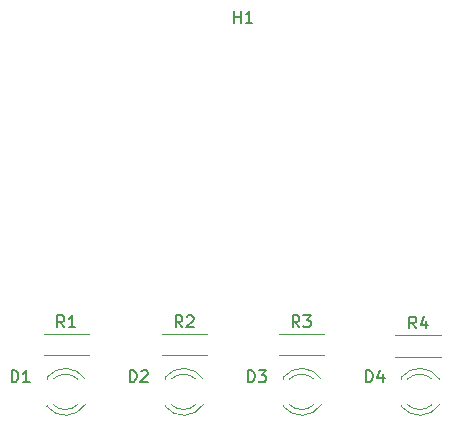
<source format=gto>
G04 #@! TF.GenerationSoftware,KiCad,Pcbnew,(6.0.1-0)*
G04 #@! TF.CreationDate,2022-06-04T20:13:44-07:00*
G04 #@! TF.ProjectId,kicad_port,6b696361-645f-4706-9f72-742e6b696361,rev?*
G04 #@! TF.SameCoordinates,Original*
G04 #@! TF.FileFunction,Legend,Top*
G04 #@! TF.FilePolarity,Positive*
%FSLAX46Y46*%
G04 Gerber Fmt 4.6, Leading zero omitted, Abs format (unit mm)*
G04 Created by KiCad (PCBNEW (6.0.1-0)) date 2022-06-04 20:13:44*
%MOMM*%
%LPD*%
G01*
G04 APERTURE LIST*
%ADD10C,0.150000*%
%ADD11C,0.120000*%
%ADD12C,8.600000*%
%ADD13C,1.300000*%
%ADD14C,1.600000*%
%ADD15R,1.300000X1.300000*%
%ADD16R,1.600000X1.600000*%
%ADD17O,2.000000X1.200000*%
%ADD18O,4.750000X2.250000*%
%ADD19C,1.800000*%
%ADD20R,1.800000X1.800000*%
%ADD21O,1.400000X1.400000*%
%ADD22C,1.400000*%
%ADD23O,1.700000X1.700000*%
%ADD24R,1.700000X1.700000*%
%ADD25C,6.500000*%
G04 APERTURE END LIST*
D10*
X149238095Y-101152380D02*
X149238095Y-100152380D01*
X149238095Y-100628571D02*
X149809523Y-100628571D01*
X149809523Y-101152380D02*
X149809523Y-100152380D01*
X150809523Y-101152380D02*
X150238095Y-101152380D01*
X150523809Y-101152380D02*
X150523809Y-100152380D01*
X150428571Y-100295238D01*
X150333333Y-100390476D01*
X150238095Y-100438095D01*
X130421904Y-131582380D02*
X130421904Y-130582380D01*
X130660000Y-130582380D01*
X130802857Y-130630000D01*
X130898095Y-130725238D01*
X130945714Y-130820476D01*
X130993333Y-131010952D01*
X130993333Y-131153809D01*
X130945714Y-131344285D01*
X130898095Y-131439523D01*
X130802857Y-131534761D01*
X130660000Y-131582380D01*
X130421904Y-131582380D01*
X131945714Y-131582380D02*
X131374285Y-131582380D01*
X131660000Y-131582380D02*
X131660000Y-130582380D01*
X131564761Y-130725238D01*
X131469523Y-130820476D01*
X131374285Y-130868095D01*
X140421904Y-131582380D02*
X140421904Y-130582380D01*
X140660000Y-130582380D01*
X140802857Y-130630000D01*
X140898095Y-130725238D01*
X140945714Y-130820476D01*
X140993333Y-131010952D01*
X140993333Y-131153809D01*
X140945714Y-131344285D01*
X140898095Y-131439523D01*
X140802857Y-131534761D01*
X140660000Y-131582380D01*
X140421904Y-131582380D01*
X141374285Y-130677619D02*
X141421904Y-130630000D01*
X141517142Y-130582380D01*
X141755238Y-130582380D01*
X141850476Y-130630000D01*
X141898095Y-130677619D01*
X141945714Y-130772857D01*
X141945714Y-130868095D01*
X141898095Y-131010952D01*
X141326666Y-131582380D01*
X141945714Y-131582380D01*
X150421904Y-131582380D02*
X150421904Y-130582380D01*
X150660000Y-130582380D01*
X150802857Y-130630000D01*
X150898095Y-130725238D01*
X150945714Y-130820476D01*
X150993333Y-131010952D01*
X150993333Y-131153809D01*
X150945714Y-131344285D01*
X150898095Y-131439523D01*
X150802857Y-131534761D01*
X150660000Y-131582380D01*
X150421904Y-131582380D01*
X151326666Y-130582380D02*
X151945714Y-130582380D01*
X151612380Y-130963333D01*
X151755238Y-130963333D01*
X151850476Y-131010952D01*
X151898095Y-131058571D01*
X151945714Y-131153809D01*
X151945714Y-131391904D01*
X151898095Y-131487142D01*
X151850476Y-131534761D01*
X151755238Y-131582380D01*
X151469523Y-131582380D01*
X151374285Y-131534761D01*
X151326666Y-131487142D01*
X160421904Y-131582380D02*
X160421904Y-130582380D01*
X160660000Y-130582380D01*
X160802857Y-130630000D01*
X160898095Y-130725238D01*
X160945714Y-130820476D01*
X160993333Y-131010952D01*
X160993333Y-131153809D01*
X160945714Y-131344285D01*
X160898095Y-131439523D01*
X160802857Y-131534761D01*
X160660000Y-131582380D01*
X160421904Y-131582380D01*
X161850476Y-130915714D02*
X161850476Y-131582380D01*
X161612380Y-130534761D02*
X161374285Y-131249047D01*
X161993333Y-131249047D01*
X134873333Y-126932380D02*
X134540000Y-126456190D01*
X134301904Y-126932380D02*
X134301904Y-125932380D01*
X134682857Y-125932380D01*
X134778095Y-125980000D01*
X134825714Y-126027619D01*
X134873333Y-126122857D01*
X134873333Y-126265714D01*
X134825714Y-126360952D01*
X134778095Y-126408571D01*
X134682857Y-126456190D01*
X134301904Y-126456190D01*
X135825714Y-126932380D02*
X135254285Y-126932380D01*
X135540000Y-126932380D02*
X135540000Y-125932380D01*
X135444761Y-126075238D01*
X135349523Y-126170476D01*
X135254285Y-126218095D01*
X144873333Y-126932380D02*
X144540000Y-126456190D01*
X144301904Y-126932380D02*
X144301904Y-125932380D01*
X144682857Y-125932380D01*
X144778095Y-125980000D01*
X144825714Y-126027619D01*
X144873333Y-126122857D01*
X144873333Y-126265714D01*
X144825714Y-126360952D01*
X144778095Y-126408571D01*
X144682857Y-126456190D01*
X144301904Y-126456190D01*
X145254285Y-126027619D02*
X145301904Y-125980000D01*
X145397142Y-125932380D01*
X145635238Y-125932380D01*
X145730476Y-125980000D01*
X145778095Y-126027619D01*
X145825714Y-126122857D01*
X145825714Y-126218095D01*
X145778095Y-126360952D01*
X145206666Y-126932380D01*
X145825714Y-126932380D01*
X154773333Y-126932380D02*
X154440000Y-126456190D01*
X154201904Y-126932380D02*
X154201904Y-125932380D01*
X154582857Y-125932380D01*
X154678095Y-125980000D01*
X154725714Y-126027619D01*
X154773333Y-126122857D01*
X154773333Y-126265714D01*
X154725714Y-126360952D01*
X154678095Y-126408571D01*
X154582857Y-126456190D01*
X154201904Y-126456190D01*
X155106666Y-125932380D02*
X155725714Y-125932380D01*
X155392380Y-126313333D01*
X155535238Y-126313333D01*
X155630476Y-126360952D01*
X155678095Y-126408571D01*
X155725714Y-126503809D01*
X155725714Y-126741904D01*
X155678095Y-126837142D01*
X155630476Y-126884761D01*
X155535238Y-126932380D01*
X155249523Y-126932380D01*
X155154285Y-126884761D01*
X155106666Y-126837142D01*
X164673333Y-127032380D02*
X164340000Y-126556190D01*
X164101904Y-127032380D02*
X164101904Y-126032380D01*
X164482857Y-126032380D01*
X164578095Y-126080000D01*
X164625714Y-126127619D01*
X164673333Y-126222857D01*
X164673333Y-126365714D01*
X164625714Y-126460952D01*
X164578095Y-126508571D01*
X164482857Y-126556190D01*
X164101904Y-126556190D01*
X165530476Y-126365714D02*
X165530476Y-127032380D01*
X165292380Y-125984761D02*
X165054285Y-126699047D01*
X165673333Y-126699047D01*
D11*
X133410000Y-133480000D02*
X133410000Y-133636000D01*
X133410000Y-131164000D02*
X133410000Y-131320000D01*
X133929039Y-133480000D02*
G75*
G03*
X136011130Y-133479837I1040961J1080000D01*
G01*
X136011130Y-131320163D02*
G75*
G03*
X133929039Y-131320000I-1041130J-1079837D01*
G01*
X133410000Y-133635516D02*
G75*
G03*
X136642335Y-133478608I1560000J1235516D01*
G01*
X136642335Y-131321392D02*
G75*
G03*
X133410000Y-131164484I-1672335J-1078608D01*
G01*
X143410000Y-133480000D02*
X143410000Y-133636000D01*
X143410000Y-131164000D02*
X143410000Y-131320000D01*
X143929039Y-133480000D02*
G75*
G03*
X146011130Y-133479837I1040961J1080000D01*
G01*
X146011130Y-131320163D02*
G75*
G03*
X143929039Y-131320000I-1041130J-1079837D01*
G01*
X143410000Y-133635516D02*
G75*
G03*
X146642335Y-133478608I1560000J1235516D01*
G01*
X146642335Y-131321392D02*
G75*
G03*
X143410000Y-131164484I-1672335J-1078608D01*
G01*
X153410000Y-133480000D02*
X153410000Y-133636000D01*
X153410000Y-131164000D02*
X153410000Y-131320000D01*
X153929039Y-133480000D02*
G75*
G03*
X156011130Y-133479837I1040961J1080000D01*
G01*
X156011130Y-131320163D02*
G75*
G03*
X153929039Y-131320000I-1041130J-1079837D01*
G01*
X153410000Y-133635516D02*
G75*
G03*
X156642335Y-133478608I1560000J1235516D01*
G01*
X156642335Y-131321392D02*
G75*
G03*
X153410000Y-131164484I-1672335J-1078608D01*
G01*
X163410000Y-133480000D02*
X163410000Y-133636000D01*
X163410000Y-131164000D02*
X163410000Y-131320000D01*
X163929039Y-133480000D02*
G75*
G03*
X166011130Y-133479837I1040961J1080000D01*
G01*
X166011130Y-131320163D02*
G75*
G03*
X163929039Y-131320000I-1041130J-1079837D01*
G01*
X163410000Y-133635516D02*
G75*
G03*
X166642335Y-133478608I1560000J1235516D01*
G01*
X166642335Y-131321392D02*
G75*
G03*
X163410000Y-131164484I-1672335J-1078608D01*
G01*
X133120000Y-129320000D02*
X136960000Y-129320000D01*
X133120000Y-127480000D02*
X136960000Y-127480000D01*
X143120000Y-129320000D02*
X146960000Y-129320000D01*
X143120000Y-127480000D02*
X146960000Y-127480000D01*
X153020000Y-129320000D02*
X156860000Y-129320000D01*
X153020000Y-127480000D02*
X156860000Y-127480000D01*
X162920000Y-129420000D02*
X166760000Y-129420000D01*
X162920000Y-127580000D02*
X166760000Y-127580000D01*
%LPC*%
D12*
X150000000Y-106000000D03*
D13*
X173980000Y-89130000D03*
X173980000Y-91670000D03*
D14*
X128990000Y-85320000D03*
X128990000Y-87860000D03*
X128990000Y-90400000D03*
X128990000Y-92940000D03*
X128990000Y-95480000D03*
D13*
X161740000Y-89218400D03*
X159740000Y-89218400D03*
X159740000Y-87218400D03*
X161740000Y-87218400D03*
X159740000Y-85218400D03*
D15*
X161740000Y-85218400D03*
D14*
X134070000Y-98020000D03*
X131530000Y-98020000D03*
X128990000Y-98020000D03*
X126450000Y-98020000D03*
X136610000Y-98020000D03*
X139150000Y-98020000D03*
X141690000Y-98020000D03*
X123910000Y-98020000D03*
X121370000Y-98020000D03*
X118830000Y-98020000D03*
X116290000Y-98020000D03*
X116290000Y-82780000D03*
X118830000Y-82780000D03*
X121370000Y-82780000D03*
X123910000Y-82780000D03*
X126450000Y-82780000D03*
X128990000Y-82780000D03*
X131530000Y-82780000D03*
X134070000Y-82780000D03*
X136610000Y-82780000D03*
X139150000Y-82780000D03*
X144230000Y-98020000D03*
X146770000Y-98020000D03*
X149310000Y-98020000D03*
X151850000Y-98020000D03*
X154390000Y-98020000D03*
X156930000Y-98020000D03*
X159470000Y-98020000D03*
X162010000Y-98020000D03*
X164550000Y-98020000D03*
X167090000Y-98020000D03*
X169630000Y-98020000D03*
X172170000Y-98020000D03*
D16*
X174710000Y-98020000D03*
D14*
X141690000Y-82780000D03*
X144230000Y-82780000D03*
X146770000Y-82780000D03*
X149310000Y-82780000D03*
X151850000Y-82780000D03*
X154390000Y-82780000D03*
X156930000Y-82780000D03*
X159470000Y-82780000D03*
X162010000Y-82780000D03*
X164550000Y-82780000D03*
X167090000Y-82780000D03*
X169630000Y-82780000D03*
X172170000Y-82780000D03*
X174710000Y-82780000D03*
D16*
X168410800Y-94969200D03*
D14*
X165870800Y-94969200D03*
X163330800Y-94969200D03*
X160790800Y-94969200D03*
X158250800Y-94969200D03*
X172170000Y-85320000D03*
D17*
X101800000Y-103000000D03*
X106800000Y-104250000D03*
X101800000Y-105500000D03*
X106800000Y-106750000D03*
X101800000Y-108000000D03*
X106800000Y-109250000D03*
X101800000Y-110500000D03*
X106800000Y-111750000D03*
X101800000Y-113000000D03*
X106800000Y-114250000D03*
X101800000Y-115500000D03*
X106800000Y-116750000D03*
X101800000Y-118000000D03*
X198300000Y-118000000D03*
X193300000Y-116750000D03*
X198300000Y-115500000D03*
X193300000Y-114250000D03*
X198300000Y-113000000D03*
X193300000Y-111750000D03*
X198300000Y-110500000D03*
X193300000Y-109250000D03*
X198300000Y-108000000D03*
X193300000Y-106750000D03*
X198300000Y-105500000D03*
X193300000Y-104250000D03*
X198300000Y-103000000D03*
D18*
X190300000Y-97600000D03*
D17*
X192900000Y-70000000D03*
X190900000Y-68750000D03*
X192900000Y-67500000D03*
X190900000Y-66250000D03*
X192900000Y-65000000D03*
X190900000Y-63750000D03*
X192900000Y-62500000D03*
X190900000Y-61250000D03*
X192900000Y-60000000D03*
X190900000Y-58750000D03*
X192900000Y-57500000D03*
X190900000Y-56250000D03*
X192900000Y-55000000D03*
X107000000Y-55000000D03*
X109000000Y-56250000D03*
X107000000Y-57500000D03*
X109000000Y-58750000D03*
X107000000Y-60000000D03*
X109000000Y-61250000D03*
X107000000Y-62500000D03*
X109000000Y-63750000D03*
X107000000Y-65000000D03*
X109000000Y-66250000D03*
X107000000Y-67500000D03*
X109000000Y-68750000D03*
X107000000Y-70000000D03*
D19*
X136240000Y-132400000D03*
D20*
X133700000Y-132400000D03*
D19*
X146240000Y-132400000D03*
D20*
X143700000Y-132400000D03*
D19*
X156240000Y-132400000D03*
D20*
X153700000Y-132400000D03*
D19*
X166240000Y-132400000D03*
D20*
X163700000Y-132400000D03*
D21*
X137580000Y-128400000D03*
D22*
X132500000Y-128400000D03*
D21*
X147580000Y-128400000D03*
D22*
X142500000Y-128400000D03*
D21*
X157480000Y-128400000D03*
D22*
X152400000Y-128400000D03*
D21*
X167380000Y-128500000D03*
D22*
X162300000Y-128500000D03*
D18*
X109700000Y-97600000D03*
D23*
X196660000Y-129000000D03*
X194120000Y-129000000D03*
X191580000Y-129000000D03*
X189040000Y-129000000D03*
X186500000Y-129000000D03*
X183960000Y-129000000D03*
X181420000Y-129000000D03*
X178880000Y-129000000D03*
X176340000Y-129000000D03*
D24*
X173800000Y-129000000D03*
X126200000Y-129000000D03*
D23*
X123660000Y-129000000D03*
X121120000Y-129000000D03*
X118580000Y-129000000D03*
X116040000Y-129000000D03*
X113500000Y-129000000D03*
X110960000Y-129000000D03*
X108420000Y-129000000D03*
X105880000Y-129000000D03*
X103340000Y-129000000D03*
D25*
X150000000Y-74500000D03*
M02*

</source>
